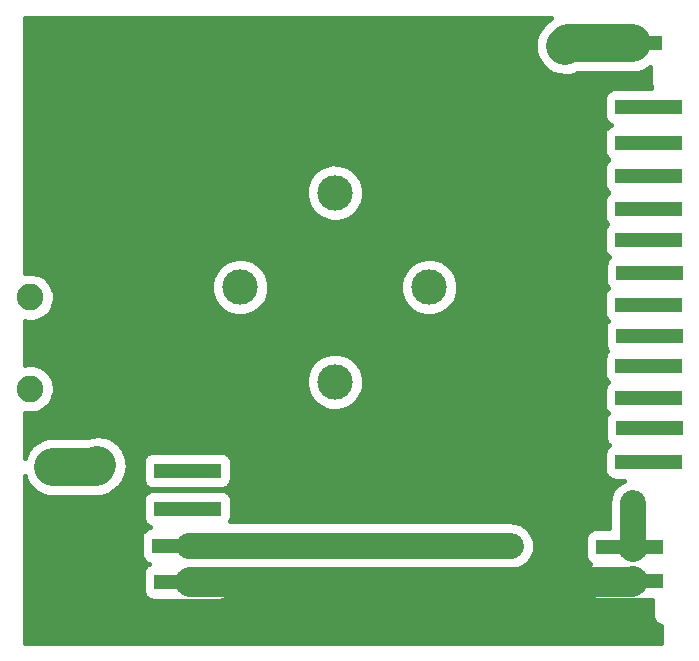
<source format=gbr>
G04 #@! TF.FileFunction,Copper,L2,Bot,Signal*
%FSLAX46Y46*%
G04 Gerber Fmt 4.6, Leading zero omitted, Abs format (unit mm)*
G04 Created by KiCad (PCBNEW 4.0.6) date 05/08/17 07:31:45*
%MOMM*%
%LPD*%
G01*
G04 APERTURE LIST*
%ADD10C,0.100000*%
%ADD11C,1.100000*%
%ADD12R,0.635000X1.270000*%
%ADD13C,3.000000*%
%ADD14C,2.250000*%
%ADD15C,1.006400*%
%ADD16C,2.540000*%
%ADD17C,2.184400*%
%ADD18C,3.200000*%
%ADD19C,0.406400*%
G04 APERTURE END LIST*
D10*
D11*
X145062300Y-116519900D03*
D12*
X145443300Y-116519900D03*
X146078300Y-116519900D03*
X144808300Y-116519900D03*
X144173300Y-116519900D03*
X143538300Y-116519900D03*
X146675200Y-116519900D03*
X147272100Y-116519900D03*
X142916000Y-116519900D03*
X142293700Y-116519900D03*
D11*
X143452700Y-126598500D03*
D12*
X143833700Y-126598500D03*
X144468700Y-126598500D03*
X143198700Y-126598500D03*
X142563700Y-126598500D03*
X141928700Y-126598500D03*
X145065600Y-126598500D03*
X145662500Y-126598500D03*
X141306400Y-126598500D03*
X140684100Y-126598500D03*
D11*
X145138500Y-100543300D03*
D12*
X145519500Y-100543300D03*
X146154500Y-100543300D03*
X144884500Y-100543300D03*
X144249500Y-100543300D03*
X143614500Y-100543300D03*
X146751400Y-100543300D03*
X147348300Y-100543300D03*
X142992200Y-100543300D03*
X142369900Y-100543300D03*
D11*
X145011500Y-97774700D03*
D12*
X145392500Y-97774700D03*
X146027500Y-97774700D03*
X144757500Y-97774700D03*
X144122500Y-97774700D03*
X143487500Y-97774700D03*
X146624400Y-97774700D03*
X147221300Y-97774700D03*
X142865200Y-97774700D03*
X142242900Y-97774700D03*
D11*
X145062300Y-111109700D03*
D12*
X145443300Y-111109700D03*
X146078300Y-111109700D03*
X144808300Y-111109700D03*
X144173300Y-111109700D03*
X143538300Y-111109700D03*
X146675200Y-111109700D03*
X147272100Y-111109700D03*
X142916000Y-111109700D03*
X142293700Y-111109700D03*
D11*
X145036900Y-86497100D03*
D12*
X145417900Y-86497100D03*
X146052900Y-86497100D03*
X144782900Y-86497100D03*
X144147900Y-86497100D03*
X143512900Y-86497100D03*
X146649800Y-86497100D03*
X147246700Y-86497100D03*
X142890600Y-86497100D03*
X142268300Y-86497100D03*
D11*
X145011500Y-103210300D03*
D12*
X145392500Y-103210300D03*
X146027500Y-103210300D03*
X144757500Y-103210300D03*
X144122500Y-103210300D03*
X143487500Y-103210300D03*
X146624400Y-103210300D03*
X147221300Y-103210300D03*
X142865200Y-103210300D03*
X142242900Y-103210300D03*
D11*
X145036900Y-95107700D03*
D12*
X145417900Y-95107700D03*
X146052900Y-95107700D03*
X144782900Y-95107700D03*
X144147900Y-95107700D03*
X143512900Y-95107700D03*
X146649800Y-95107700D03*
X147246700Y-95107700D03*
X142890600Y-95107700D03*
X142268300Y-95107700D03*
D11*
X145036900Y-92313700D03*
D12*
X145417900Y-92313700D03*
X146052900Y-92313700D03*
X144782900Y-92313700D03*
X144147900Y-92313700D03*
X143512900Y-92313700D03*
X146649800Y-92313700D03*
X147246700Y-92313700D03*
X142890600Y-92313700D03*
X142268300Y-92313700D03*
D11*
X145062300Y-108417300D03*
D12*
X145443300Y-108417300D03*
X146078300Y-108417300D03*
X144808300Y-108417300D03*
X144173300Y-108417300D03*
X143538300Y-108417300D03*
X146675200Y-108417300D03*
X147272100Y-108417300D03*
X142916000Y-108417300D03*
X142293700Y-108417300D03*
D11*
X143351700Y-81078100D03*
D12*
X143732700Y-81078100D03*
X144367700Y-81078100D03*
X143097700Y-81078100D03*
X142462700Y-81078100D03*
X141827700Y-81078100D03*
X144964600Y-81078100D03*
X145561500Y-81078100D03*
X141205400Y-81078100D03*
X140583100Y-81078100D03*
D11*
X145087700Y-113700500D03*
D12*
X145468700Y-113700500D03*
X146103700Y-113700500D03*
X144833700Y-113700500D03*
X144198700Y-113700500D03*
X143563700Y-113700500D03*
X146700600Y-113700500D03*
X147297500Y-113700500D03*
X142941400Y-113700500D03*
X142319100Y-113700500D03*
D11*
X143426900Y-123750100D03*
D12*
X143807900Y-123750100D03*
X144442900Y-123750100D03*
X143172900Y-123750100D03*
X142537900Y-123750100D03*
X141902900Y-123750100D03*
X145039800Y-123750100D03*
X145636700Y-123750100D03*
X141280600Y-123750100D03*
X140658300Y-123750100D03*
D11*
X145011500Y-89519700D03*
D12*
X145392500Y-89519700D03*
X146027500Y-89519700D03*
X144757500Y-89519700D03*
X144122500Y-89519700D03*
X143487500Y-89519700D03*
X146624400Y-89519700D03*
X147221300Y-89519700D03*
X142865200Y-89519700D03*
X142242900Y-89519700D03*
D11*
X145087700Y-105851900D03*
D12*
X145468700Y-105851900D03*
X146103700Y-105851900D03*
X144833700Y-105851900D03*
X144198700Y-105851900D03*
X143563700Y-105851900D03*
X146700600Y-105851900D03*
X147297500Y-105851900D03*
X142941400Y-105851900D03*
X142319100Y-105851900D03*
D11*
X105812100Y-123631100D03*
D12*
X106193100Y-123631100D03*
X106828100Y-123631100D03*
X105558100Y-123631100D03*
X104923100Y-123631100D03*
X104288100Y-123631100D03*
X107425000Y-123631100D03*
X108021900Y-123631100D03*
X103665800Y-123631100D03*
X103043500Y-123631100D03*
D11*
X105967100Y-126667100D03*
D12*
X106348100Y-126667100D03*
X106983100Y-126667100D03*
X105713100Y-126667100D03*
X105078100Y-126667100D03*
X104443100Y-126667100D03*
X107580000Y-126667100D03*
X108176900Y-126667100D03*
X103820800Y-126667100D03*
X103198500Y-126667100D03*
D11*
X105967100Y-120488100D03*
D12*
X106348100Y-120488100D03*
X106983100Y-120488100D03*
X105713100Y-120488100D03*
X105078100Y-120488100D03*
X104443100Y-120488100D03*
X107580000Y-120488100D03*
X108176900Y-120488100D03*
X103820800Y-120488100D03*
X103198500Y-120488100D03*
D11*
X105966100Y-117265100D03*
D12*
X106347100Y-117265100D03*
X106982100Y-117265100D03*
X105712100Y-117265100D03*
X105077100Y-117265100D03*
X104442100Y-117265100D03*
X107579000Y-117265100D03*
X108175900Y-117265100D03*
X103819800Y-117265100D03*
X103197500Y-117265100D03*
D13*
X110188100Y-101737100D03*
X118189100Y-109763500D03*
X126190100Y-101737100D03*
X118189100Y-93736100D03*
D14*
X92380100Y-102598900D03*
X92380100Y-110332900D03*
D15*
X135635100Y-109552100D03*
X143477100Y-120014100D03*
X133095100Y-123637100D03*
X98090100Y-116824100D03*
X137696100Y-81301100D03*
D16*
X105967100Y-126667100D02*
X135271100Y-126667100D01*
X135271100Y-126667100D02*
X143384100Y-126667100D01*
X143384100Y-126667100D02*
X143452700Y-126598500D01*
X135635100Y-109552100D02*
X135635100Y-109646100D01*
X135635100Y-109646100D02*
X137412100Y-111423100D01*
X137412100Y-111423100D02*
X137412100Y-124526100D01*
X137412100Y-124526100D02*
X135271100Y-126667100D01*
D17*
X143477100Y-120014100D02*
X143477100Y-123699900D01*
D16*
X143477100Y-123699900D02*
X143426900Y-123750100D01*
D17*
X105812100Y-123631100D02*
X133089100Y-123631100D01*
X133089100Y-123631100D02*
X133095100Y-123637100D01*
D18*
X94371100Y-116965100D02*
X97949100Y-116965100D01*
X97949100Y-116965100D02*
X98090100Y-116824100D01*
X143351700Y-81078100D02*
X137919100Y-81078100D01*
X137919100Y-81078100D02*
X137696100Y-81301100D01*
D19*
G36*
X136469178Y-78966252D02*
X136315926Y-79091242D01*
X136130732Y-79239080D01*
X136111958Y-79257594D01*
X136111572Y-79257909D01*
X136111277Y-79258266D01*
X136105230Y-79264229D01*
X135882230Y-79487230D01*
X135564459Y-79874091D01*
X135327881Y-80315306D01*
X135181508Y-80794069D01*
X135130915Y-81292146D01*
X135178030Y-81790563D01*
X135321057Y-82270337D01*
X135554549Y-82713193D01*
X135869611Y-83102263D01*
X136254244Y-83422727D01*
X136693797Y-83662379D01*
X137171526Y-83812091D01*
X137669238Y-83866159D01*
X138167972Y-83822525D01*
X138648733Y-83682852D01*
X138725037Y-83643300D01*
X143351700Y-83643300D01*
X143849950Y-83594446D01*
X144329222Y-83449745D01*
X144771260Y-83214710D01*
X144877340Y-83128193D01*
X144879501Y-84411651D01*
X144888532Y-84502181D01*
X144895717Y-84592862D01*
X144898597Y-84603088D01*
X144899652Y-84613661D01*
X144926088Y-84700692D01*
X144950756Y-84788271D01*
X144955570Y-84797747D01*
X144958656Y-84807907D01*
X145001493Y-84888145D01*
X145003568Y-84892230D01*
X141950800Y-84892230D01*
X141797095Y-84904487D01*
X141536396Y-84985221D01*
X141308510Y-85135387D01*
X141131481Y-85343096D01*
X141019328Y-85591901D01*
X140980930Y-85862100D01*
X140980930Y-87132100D01*
X140993187Y-87285805D01*
X141073921Y-87546504D01*
X141224087Y-87774390D01*
X141431796Y-87951419D01*
X141538218Y-87999391D01*
X141510996Y-88007821D01*
X141283110Y-88157987D01*
X141106081Y-88365696D01*
X140993928Y-88614501D01*
X140955530Y-88884700D01*
X140955530Y-90154700D01*
X140967787Y-90308405D01*
X141048521Y-90569104D01*
X141198687Y-90796990D01*
X141349136Y-90925217D01*
X141308510Y-90951987D01*
X141131481Y-91159696D01*
X141019328Y-91408501D01*
X140980930Y-91678700D01*
X140980930Y-92948700D01*
X140993187Y-93102405D01*
X141073921Y-93363104D01*
X141224087Y-93590990D01*
X141363461Y-93709777D01*
X141308510Y-93745987D01*
X141131481Y-93953696D01*
X141019328Y-94202501D01*
X140980930Y-94472700D01*
X140980930Y-95742700D01*
X140993187Y-95896405D01*
X141073921Y-96157104D01*
X141224087Y-96384990D01*
X141272097Y-96425909D01*
X141106081Y-96620696D01*
X140993928Y-96869501D01*
X140955530Y-97139700D01*
X140955530Y-98409700D01*
X140967787Y-98563405D01*
X141048521Y-98824104D01*
X141198687Y-99051990D01*
X141385131Y-99210895D01*
X141233081Y-99389296D01*
X141120928Y-99638101D01*
X141082530Y-99908300D01*
X141082530Y-101178300D01*
X141094787Y-101332005D01*
X141175521Y-101592704D01*
X141325660Y-101820549D01*
X141283110Y-101848587D01*
X141106081Y-102056296D01*
X140993928Y-102305101D01*
X140955530Y-102575300D01*
X140955530Y-103845300D01*
X140967787Y-103999005D01*
X141048521Y-104259704D01*
X141198687Y-104487590D01*
X141293008Y-104567979D01*
X141182281Y-104697896D01*
X141070128Y-104946701D01*
X141031730Y-105216900D01*
X141031730Y-106486900D01*
X141043987Y-106640605D01*
X141124721Y-106901304D01*
X141273270Y-107126736D01*
X141156881Y-107263296D01*
X141044728Y-107512101D01*
X141006330Y-107782300D01*
X141006330Y-109052300D01*
X141018587Y-109206005D01*
X141099321Y-109466704D01*
X141249487Y-109694590D01*
X141324749Y-109758735D01*
X141156881Y-109955696D01*
X141044728Y-110204501D01*
X141006330Y-110474700D01*
X141006330Y-111744700D01*
X141018587Y-111898405D01*
X141099321Y-112159104D01*
X141249487Y-112386990D01*
X141289304Y-112420926D01*
X141182281Y-112546496D01*
X141070128Y-112795301D01*
X141031730Y-113065500D01*
X141031730Y-114335500D01*
X141043987Y-114489205D01*
X141124721Y-114749904D01*
X141274887Y-114977790D01*
X141419993Y-115101463D01*
X141333910Y-115158187D01*
X141156881Y-115365896D01*
X141044728Y-115614701D01*
X141006330Y-115884900D01*
X141006330Y-117154900D01*
X141018587Y-117308605D01*
X141099321Y-117569304D01*
X141249487Y-117797190D01*
X141457196Y-117974219D01*
X141706001Y-118086372D01*
X141976200Y-118124770D01*
X142671460Y-118124770D01*
X142350543Y-118292541D01*
X142037613Y-118544144D01*
X141779511Y-118851737D01*
X141586071Y-119203604D01*
X141464659Y-119586342D01*
X141419901Y-119985374D01*
X141419700Y-120014100D01*
X141419700Y-122145230D01*
X140340800Y-122145230D01*
X140187095Y-122157487D01*
X139926396Y-122238221D01*
X139698510Y-122388387D01*
X139521481Y-122596096D01*
X139409328Y-122844901D01*
X139370930Y-123115100D01*
X139370930Y-124385100D01*
X139383187Y-124538805D01*
X139463921Y-124799504D01*
X139614087Y-125027390D01*
X139800707Y-125186445D01*
X139724310Y-125236787D01*
X139547281Y-125444496D01*
X139435128Y-125693301D01*
X139396730Y-125963500D01*
X139396730Y-127233500D01*
X139408987Y-127387205D01*
X139489721Y-127647904D01*
X139639887Y-127875790D01*
X139847596Y-128052819D01*
X140096401Y-128164972D01*
X140366600Y-128203370D01*
X145013595Y-128203370D01*
X145018308Y-129416940D01*
X145038902Y-129618905D01*
X145098334Y-129813021D01*
X145194337Y-129991899D01*
X145323257Y-130148722D01*
X145480182Y-130277518D01*
X145659133Y-130373381D01*
X145784991Y-130411805D01*
X145833326Y-131855700D01*
X91924300Y-131855700D01*
X91924300Y-122996100D01*
X101756130Y-122996100D01*
X101756130Y-124266100D01*
X101768387Y-124419805D01*
X101849121Y-124680504D01*
X101999287Y-124908390D01*
X102206996Y-125085419D01*
X102424047Y-125183259D01*
X102238710Y-125305387D01*
X102061681Y-125513096D01*
X101949528Y-125761901D01*
X101911130Y-126032100D01*
X101911130Y-127302100D01*
X101923387Y-127455805D01*
X102004121Y-127716504D01*
X102154287Y-127944390D01*
X102361996Y-128121419D01*
X102610801Y-128233572D01*
X102881000Y-128271970D01*
X108494400Y-128271970D01*
X108648105Y-128259713D01*
X108908804Y-128178979D01*
X109136690Y-128028813D01*
X109313719Y-127821104D01*
X109425872Y-127572299D01*
X109464270Y-127302100D01*
X109464270Y-126032100D01*
X109452013Y-125878395D01*
X109393206Y-125688500D01*
X133028976Y-125688500D01*
X133087918Y-125694487D01*
X133487671Y-125656699D01*
X133872469Y-125541986D01*
X134227659Y-125354716D01*
X134539710Y-125102022D01*
X134796735Y-124793531D01*
X134988947Y-124440990D01*
X135109022Y-124057830D01*
X135152387Y-123658645D01*
X135117391Y-123258638D01*
X135005366Y-122873048D01*
X134820581Y-122516560D01*
X134570072Y-122202753D01*
X134549901Y-122182298D01*
X134543901Y-122176299D01*
X134397072Y-122055692D01*
X134251463Y-121933511D01*
X134241981Y-121928298D01*
X134233622Y-121921432D01*
X134066130Y-121831624D01*
X133899596Y-121740071D01*
X133889285Y-121736800D01*
X133879749Y-121731687D01*
X133698005Y-121676123D01*
X133516858Y-121618659D01*
X133506105Y-121617453D01*
X133495760Y-121614290D01*
X133306690Y-121595085D01*
X133117826Y-121573901D01*
X133096676Y-121573753D01*
X133096282Y-121573713D01*
X133095915Y-121573748D01*
X133089100Y-121573700D01*
X109344553Y-121573700D01*
X109425872Y-121393299D01*
X109464270Y-121123100D01*
X109464270Y-119853100D01*
X109452013Y-119699395D01*
X109371279Y-119438696D01*
X109221113Y-119210810D01*
X109013404Y-119033781D01*
X108764599Y-118921628D01*
X108494400Y-118883230D01*
X102881000Y-118883230D01*
X102727295Y-118895487D01*
X102466596Y-118976221D01*
X102238710Y-119126387D01*
X102061681Y-119334096D01*
X101949528Y-119582901D01*
X101911130Y-119853100D01*
X101911130Y-121123100D01*
X101923387Y-121276805D01*
X102004121Y-121537504D01*
X102154287Y-121765390D01*
X102361996Y-121942419D01*
X102574693Y-122038296D01*
X102572295Y-122038487D01*
X102311596Y-122119221D01*
X102083710Y-122269387D01*
X101906681Y-122477096D01*
X101794528Y-122725901D01*
X101756130Y-122996100D01*
X91924300Y-122996100D01*
X91924300Y-117693678D01*
X91992688Y-117926041D01*
X92224632Y-118369709D01*
X92538335Y-118759876D01*
X92921847Y-119081681D01*
X93360560Y-119322866D01*
X93837765Y-119474244D01*
X94335284Y-119530050D01*
X94371100Y-119530300D01*
X97949100Y-119530300D01*
X98184967Y-119507173D01*
X98420972Y-119486525D01*
X98433922Y-119482763D01*
X98447350Y-119481446D01*
X98674186Y-119412960D01*
X98901733Y-119346852D01*
X98913712Y-119340643D01*
X98926622Y-119336745D01*
X99135821Y-119225512D01*
X99346208Y-119116458D01*
X99356749Y-119108043D01*
X99368660Y-119101710D01*
X99552304Y-118951933D01*
X99737468Y-118804119D01*
X99756236Y-118785610D01*
X99756628Y-118785291D01*
X99756928Y-118784928D01*
X99762970Y-118778970D01*
X99903970Y-118637970D01*
X100221741Y-118251109D01*
X100458319Y-117809894D01*
X100604692Y-117331131D01*
X100655285Y-116833054D01*
X100636100Y-116630100D01*
X101910130Y-116630100D01*
X101910130Y-117900100D01*
X101922387Y-118053805D01*
X102003121Y-118314504D01*
X102153287Y-118542390D01*
X102360996Y-118719419D01*
X102609801Y-118831572D01*
X102880000Y-118869970D01*
X108493400Y-118869970D01*
X108647105Y-118857713D01*
X108907804Y-118776979D01*
X109135690Y-118626813D01*
X109312719Y-118419104D01*
X109424872Y-118170299D01*
X109463270Y-117900100D01*
X109463270Y-116630100D01*
X109451013Y-116476395D01*
X109370279Y-116215696D01*
X109220113Y-115987810D01*
X109012404Y-115810781D01*
X108763599Y-115698628D01*
X108493400Y-115660230D01*
X102880000Y-115660230D01*
X102726295Y-115672487D01*
X102465596Y-115753221D01*
X102237710Y-115903387D01*
X102060681Y-116111096D01*
X101948528Y-116359901D01*
X101910130Y-116630100D01*
X100636100Y-116630100D01*
X100608170Y-116334637D01*
X100465143Y-115854863D01*
X100231651Y-115412007D01*
X99916589Y-115022937D01*
X99531956Y-114702473D01*
X99092403Y-114462821D01*
X98614673Y-114313109D01*
X98116962Y-114259041D01*
X97618228Y-114302675D01*
X97283575Y-114399900D01*
X94371100Y-114399900D01*
X93872850Y-114448754D01*
X93393578Y-114593455D01*
X92951540Y-114828490D01*
X92563572Y-115144909D01*
X92244453Y-115530658D01*
X92006337Y-115971045D01*
X91924300Y-116236064D01*
X91924300Y-112372902D01*
X92131414Y-112418439D01*
X92541234Y-112427024D01*
X92944916Y-112355844D01*
X93327084Y-112207610D01*
X93673182Y-111987970D01*
X93970027Y-111705288D01*
X94206312Y-111370333D01*
X94373038Y-110995862D01*
X94463852Y-110596139D01*
X94470390Y-110127945D01*
X94439271Y-109970781D01*
X115720660Y-109970781D01*
X115807932Y-110446289D01*
X115985902Y-110895790D01*
X116247791Y-111302163D01*
X116583624Y-111649928D01*
X116980609Y-111925840D01*
X117423625Y-112119389D01*
X117895798Y-112223203D01*
X118379143Y-112233327D01*
X118855249Y-112149377D01*
X119305981Y-111974549D01*
X119714172Y-111715504D01*
X120064274Y-111382106D01*
X120342950Y-110987057D01*
X120539587Y-110545403D01*
X120646695Y-110073966D01*
X120654406Y-109521775D01*
X120560503Y-109047531D01*
X120376274Y-108600559D01*
X120108737Y-108197883D01*
X119768081Y-107854840D01*
X119367282Y-107584498D01*
X118921607Y-107397153D01*
X118448030Y-107299942D01*
X117964591Y-107296567D01*
X117489704Y-107387156D01*
X117041456Y-107568260D01*
X116636922Y-107832980D01*
X116291510Y-108171233D01*
X116018376Y-108570134D01*
X115827925Y-109014491D01*
X115727410Y-109487377D01*
X115720660Y-109970781D01*
X94439271Y-109970781D01*
X94390772Y-109725842D01*
X94234567Y-109346862D01*
X94007727Y-109005440D01*
X93718891Y-108714580D01*
X93379060Y-108485362D01*
X93001180Y-108326515D01*
X92599643Y-108244092D01*
X92189743Y-108241230D01*
X91924300Y-108291866D01*
X91924300Y-104638902D01*
X92131414Y-104684439D01*
X92541234Y-104693024D01*
X92944916Y-104621844D01*
X93327084Y-104473610D01*
X93673182Y-104253970D01*
X93970027Y-103971288D01*
X94206312Y-103636333D01*
X94373038Y-103261862D01*
X94463852Y-102862139D01*
X94470390Y-102393945D01*
X94390772Y-101991842D01*
X94371210Y-101944381D01*
X107719660Y-101944381D01*
X107806932Y-102419889D01*
X107984902Y-102869390D01*
X108246791Y-103275763D01*
X108582624Y-103623528D01*
X108979609Y-103899440D01*
X109422625Y-104092989D01*
X109894798Y-104196803D01*
X110378143Y-104206927D01*
X110854249Y-104122977D01*
X111304981Y-103948149D01*
X111713172Y-103689104D01*
X112063274Y-103355706D01*
X112341950Y-102960657D01*
X112538587Y-102519003D01*
X112645695Y-102047566D01*
X112647135Y-101944381D01*
X123721660Y-101944381D01*
X123808932Y-102419889D01*
X123986902Y-102869390D01*
X124248791Y-103275763D01*
X124584624Y-103623528D01*
X124981609Y-103899440D01*
X125424625Y-104092989D01*
X125896798Y-104196803D01*
X126380143Y-104206927D01*
X126856249Y-104122977D01*
X127306981Y-103948149D01*
X127715172Y-103689104D01*
X128065274Y-103355706D01*
X128343950Y-102960657D01*
X128540587Y-102519003D01*
X128647695Y-102047566D01*
X128655406Y-101495375D01*
X128561503Y-101021131D01*
X128377274Y-100574159D01*
X128109737Y-100171483D01*
X127769081Y-99828440D01*
X127368282Y-99558098D01*
X126922607Y-99370753D01*
X126449030Y-99273542D01*
X125965591Y-99270167D01*
X125490704Y-99360756D01*
X125042456Y-99541860D01*
X124637922Y-99806580D01*
X124292510Y-100144833D01*
X124019376Y-100543734D01*
X123828925Y-100988091D01*
X123728410Y-101460977D01*
X123721660Y-101944381D01*
X112647135Y-101944381D01*
X112653406Y-101495375D01*
X112559503Y-101021131D01*
X112375274Y-100574159D01*
X112107737Y-100171483D01*
X111767081Y-99828440D01*
X111366282Y-99558098D01*
X110920607Y-99370753D01*
X110447030Y-99273542D01*
X109963591Y-99270167D01*
X109488704Y-99360756D01*
X109040456Y-99541860D01*
X108635922Y-99806580D01*
X108290510Y-100144833D01*
X108017376Y-100543734D01*
X107826925Y-100988091D01*
X107726410Y-101460977D01*
X107719660Y-101944381D01*
X94371210Y-101944381D01*
X94234567Y-101612862D01*
X94007727Y-101271440D01*
X93718891Y-100980580D01*
X93379060Y-100751362D01*
X93001180Y-100592515D01*
X92599643Y-100510092D01*
X92189743Y-100507230D01*
X91924300Y-100557866D01*
X91924300Y-93943381D01*
X115720660Y-93943381D01*
X115807932Y-94418889D01*
X115985902Y-94868390D01*
X116247791Y-95274763D01*
X116583624Y-95622528D01*
X116980609Y-95898440D01*
X117423625Y-96091989D01*
X117895798Y-96195803D01*
X118379143Y-96205927D01*
X118855249Y-96121977D01*
X119305981Y-95947149D01*
X119714172Y-95688104D01*
X120064274Y-95354706D01*
X120342950Y-94959657D01*
X120539587Y-94518003D01*
X120646695Y-94046566D01*
X120654406Y-93494375D01*
X120560503Y-93020131D01*
X120376274Y-92573159D01*
X120108737Y-92170483D01*
X119768081Y-91827440D01*
X119367282Y-91557098D01*
X118921607Y-91369753D01*
X118448030Y-91272542D01*
X117964591Y-91269167D01*
X117489704Y-91359756D01*
X117041456Y-91540860D01*
X116636922Y-91805580D01*
X116291510Y-92143833D01*
X116018376Y-92542734D01*
X115827925Y-92987091D01*
X115727410Y-93459977D01*
X115720660Y-93943381D01*
X91924300Y-93943381D01*
X91924300Y-78936100D01*
X121831998Y-78936100D01*
X136469178Y-78966252D01*
X136469178Y-78966252D01*
G37*
X136469178Y-78966252D02*
X136315926Y-79091242D01*
X136130732Y-79239080D01*
X136111958Y-79257594D01*
X136111572Y-79257909D01*
X136111277Y-79258266D01*
X136105230Y-79264229D01*
X135882230Y-79487230D01*
X135564459Y-79874091D01*
X135327881Y-80315306D01*
X135181508Y-80794069D01*
X135130915Y-81292146D01*
X135178030Y-81790563D01*
X135321057Y-82270337D01*
X135554549Y-82713193D01*
X135869611Y-83102263D01*
X136254244Y-83422727D01*
X136693797Y-83662379D01*
X137171526Y-83812091D01*
X137669238Y-83866159D01*
X138167972Y-83822525D01*
X138648733Y-83682852D01*
X138725037Y-83643300D01*
X143351700Y-83643300D01*
X143849950Y-83594446D01*
X144329222Y-83449745D01*
X144771260Y-83214710D01*
X144877340Y-83128193D01*
X144879501Y-84411651D01*
X144888532Y-84502181D01*
X144895717Y-84592862D01*
X144898597Y-84603088D01*
X144899652Y-84613661D01*
X144926088Y-84700692D01*
X144950756Y-84788271D01*
X144955570Y-84797747D01*
X144958656Y-84807907D01*
X145001493Y-84888145D01*
X145003568Y-84892230D01*
X141950800Y-84892230D01*
X141797095Y-84904487D01*
X141536396Y-84985221D01*
X141308510Y-85135387D01*
X141131481Y-85343096D01*
X141019328Y-85591901D01*
X140980930Y-85862100D01*
X140980930Y-87132100D01*
X140993187Y-87285805D01*
X141073921Y-87546504D01*
X141224087Y-87774390D01*
X141431796Y-87951419D01*
X141538218Y-87999391D01*
X141510996Y-88007821D01*
X141283110Y-88157987D01*
X141106081Y-88365696D01*
X140993928Y-88614501D01*
X140955530Y-88884700D01*
X140955530Y-90154700D01*
X140967787Y-90308405D01*
X141048521Y-90569104D01*
X141198687Y-90796990D01*
X141349136Y-90925217D01*
X141308510Y-90951987D01*
X141131481Y-91159696D01*
X141019328Y-91408501D01*
X140980930Y-91678700D01*
X140980930Y-92948700D01*
X140993187Y-93102405D01*
X141073921Y-93363104D01*
X141224087Y-93590990D01*
X141363461Y-93709777D01*
X141308510Y-93745987D01*
X141131481Y-93953696D01*
X141019328Y-94202501D01*
X140980930Y-94472700D01*
X140980930Y-95742700D01*
X140993187Y-95896405D01*
X141073921Y-96157104D01*
X141224087Y-96384990D01*
X141272097Y-96425909D01*
X141106081Y-96620696D01*
X140993928Y-96869501D01*
X140955530Y-97139700D01*
X140955530Y-98409700D01*
X140967787Y-98563405D01*
X141048521Y-98824104D01*
X141198687Y-99051990D01*
X141385131Y-99210895D01*
X141233081Y-99389296D01*
X141120928Y-99638101D01*
X141082530Y-99908300D01*
X141082530Y-101178300D01*
X141094787Y-101332005D01*
X141175521Y-101592704D01*
X141325660Y-101820549D01*
X141283110Y-101848587D01*
X141106081Y-102056296D01*
X140993928Y-102305101D01*
X140955530Y-102575300D01*
X140955530Y-103845300D01*
X140967787Y-103999005D01*
X141048521Y-104259704D01*
X141198687Y-104487590D01*
X141293008Y-104567979D01*
X141182281Y-104697896D01*
X141070128Y-104946701D01*
X141031730Y-105216900D01*
X141031730Y-106486900D01*
X141043987Y-106640605D01*
X141124721Y-106901304D01*
X141273270Y-107126736D01*
X141156881Y-107263296D01*
X141044728Y-107512101D01*
X141006330Y-107782300D01*
X141006330Y-109052300D01*
X141018587Y-109206005D01*
X141099321Y-109466704D01*
X141249487Y-109694590D01*
X141324749Y-109758735D01*
X141156881Y-109955696D01*
X141044728Y-110204501D01*
X141006330Y-110474700D01*
X141006330Y-111744700D01*
X141018587Y-111898405D01*
X141099321Y-112159104D01*
X141249487Y-112386990D01*
X141289304Y-112420926D01*
X141182281Y-112546496D01*
X141070128Y-112795301D01*
X141031730Y-113065500D01*
X141031730Y-114335500D01*
X141043987Y-114489205D01*
X141124721Y-114749904D01*
X141274887Y-114977790D01*
X141419993Y-115101463D01*
X141333910Y-115158187D01*
X141156881Y-115365896D01*
X141044728Y-115614701D01*
X141006330Y-115884900D01*
X141006330Y-117154900D01*
X141018587Y-117308605D01*
X141099321Y-117569304D01*
X141249487Y-117797190D01*
X141457196Y-117974219D01*
X141706001Y-118086372D01*
X141976200Y-118124770D01*
X142671460Y-118124770D01*
X142350543Y-118292541D01*
X142037613Y-118544144D01*
X141779511Y-118851737D01*
X141586071Y-119203604D01*
X141464659Y-119586342D01*
X141419901Y-119985374D01*
X141419700Y-120014100D01*
X141419700Y-122145230D01*
X140340800Y-122145230D01*
X140187095Y-122157487D01*
X139926396Y-122238221D01*
X139698510Y-122388387D01*
X139521481Y-122596096D01*
X139409328Y-122844901D01*
X139370930Y-123115100D01*
X139370930Y-124385100D01*
X139383187Y-124538805D01*
X139463921Y-124799504D01*
X139614087Y-125027390D01*
X139800707Y-125186445D01*
X139724310Y-125236787D01*
X139547281Y-125444496D01*
X139435128Y-125693301D01*
X139396730Y-125963500D01*
X139396730Y-127233500D01*
X139408987Y-127387205D01*
X139489721Y-127647904D01*
X139639887Y-127875790D01*
X139847596Y-128052819D01*
X140096401Y-128164972D01*
X140366600Y-128203370D01*
X145013595Y-128203370D01*
X145018308Y-129416940D01*
X145038902Y-129618905D01*
X145098334Y-129813021D01*
X145194337Y-129991899D01*
X145323257Y-130148722D01*
X145480182Y-130277518D01*
X145659133Y-130373381D01*
X145784991Y-130411805D01*
X145833326Y-131855700D01*
X91924300Y-131855700D01*
X91924300Y-122996100D01*
X101756130Y-122996100D01*
X101756130Y-124266100D01*
X101768387Y-124419805D01*
X101849121Y-124680504D01*
X101999287Y-124908390D01*
X102206996Y-125085419D01*
X102424047Y-125183259D01*
X102238710Y-125305387D01*
X102061681Y-125513096D01*
X101949528Y-125761901D01*
X101911130Y-126032100D01*
X101911130Y-127302100D01*
X101923387Y-127455805D01*
X102004121Y-127716504D01*
X102154287Y-127944390D01*
X102361996Y-128121419D01*
X102610801Y-128233572D01*
X102881000Y-128271970D01*
X108494400Y-128271970D01*
X108648105Y-128259713D01*
X108908804Y-128178979D01*
X109136690Y-128028813D01*
X109313719Y-127821104D01*
X109425872Y-127572299D01*
X109464270Y-127302100D01*
X109464270Y-126032100D01*
X109452013Y-125878395D01*
X109393206Y-125688500D01*
X133028976Y-125688500D01*
X133087918Y-125694487D01*
X133487671Y-125656699D01*
X133872469Y-125541986D01*
X134227659Y-125354716D01*
X134539710Y-125102022D01*
X134796735Y-124793531D01*
X134988947Y-124440990D01*
X135109022Y-124057830D01*
X135152387Y-123658645D01*
X135117391Y-123258638D01*
X135005366Y-122873048D01*
X134820581Y-122516560D01*
X134570072Y-122202753D01*
X134549901Y-122182298D01*
X134543901Y-122176299D01*
X134397072Y-122055692D01*
X134251463Y-121933511D01*
X134241981Y-121928298D01*
X134233622Y-121921432D01*
X134066130Y-121831624D01*
X133899596Y-121740071D01*
X133889285Y-121736800D01*
X133879749Y-121731687D01*
X133698005Y-121676123D01*
X133516858Y-121618659D01*
X133506105Y-121617453D01*
X133495760Y-121614290D01*
X133306690Y-121595085D01*
X133117826Y-121573901D01*
X133096676Y-121573753D01*
X133096282Y-121573713D01*
X133095915Y-121573748D01*
X133089100Y-121573700D01*
X109344553Y-121573700D01*
X109425872Y-121393299D01*
X109464270Y-121123100D01*
X109464270Y-119853100D01*
X109452013Y-119699395D01*
X109371279Y-119438696D01*
X109221113Y-119210810D01*
X109013404Y-119033781D01*
X108764599Y-118921628D01*
X108494400Y-118883230D01*
X102881000Y-118883230D01*
X102727295Y-118895487D01*
X102466596Y-118976221D01*
X102238710Y-119126387D01*
X102061681Y-119334096D01*
X101949528Y-119582901D01*
X101911130Y-119853100D01*
X101911130Y-121123100D01*
X101923387Y-121276805D01*
X102004121Y-121537504D01*
X102154287Y-121765390D01*
X102361996Y-121942419D01*
X102574693Y-122038296D01*
X102572295Y-122038487D01*
X102311596Y-122119221D01*
X102083710Y-122269387D01*
X101906681Y-122477096D01*
X101794528Y-122725901D01*
X101756130Y-122996100D01*
X91924300Y-122996100D01*
X91924300Y-117693678D01*
X91992688Y-117926041D01*
X92224632Y-118369709D01*
X92538335Y-118759876D01*
X92921847Y-119081681D01*
X93360560Y-119322866D01*
X93837765Y-119474244D01*
X94335284Y-119530050D01*
X94371100Y-119530300D01*
X97949100Y-119530300D01*
X98184967Y-119507173D01*
X98420972Y-119486525D01*
X98433922Y-119482763D01*
X98447350Y-119481446D01*
X98674186Y-119412960D01*
X98901733Y-119346852D01*
X98913712Y-119340643D01*
X98926622Y-119336745D01*
X99135821Y-119225512D01*
X99346208Y-119116458D01*
X99356749Y-119108043D01*
X99368660Y-119101710D01*
X99552304Y-118951933D01*
X99737468Y-118804119D01*
X99756236Y-118785610D01*
X99756628Y-118785291D01*
X99756928Y-118784928D01*
X99762970Y-118778970D01*
X99903970Y-118637970D01*
X100221741Y-118251109D01*
X100458319Y-117809894D01*
X100604692Y-117331131D01*
X100655285Y-116833054D01*
X100636100Y-116630100D01*
X101910130Y-116630100D01*
X101910130Y-117900100D01*
X101922387Y-118053805D01*
X102003121Y-118314504D01*
X102153287Y-118542390D01*
X102360996Y-118719419D01*
X102609801Y-118831572D01*
X102880000Y-118869970D01*
X108493400Y-118869970D01*
X108647105Y-118857713D01*
X108907804Y-118776979D01*
X109135690Y-118626813D01*
X109312719Y-118419104D01*
X109424872Y-118170299D01*
X109463270Y-117900100D01*
X109463270Y-116630100D01*
X109451013Y-116476395D01*
X109370279Y-116215696D01*
X109220113Y-115987810D01*
X109012404Y-115810781D01*
X108763599Y-115698628D01*
X108493400Y-115660230D01*
X102880000Y-115660230D01*
X102726295Y-115672487D01*
X102465596Y-115753221D01*
X102237710Y-115903387D01*
X102060681Y-116111096D01*
X101948528Y-116359901D01*
X101910130Y-116630100D01*
X100636100Y-116630100D01*
X100608170Y-116334637D01*
X100465143Y-115854863D01*
X100231651Y-115412007D01*
X99916589Y-115022937D01*
X99531956Y-114702473D01*
X99092403Y-114462821D01*
X98614673Y-114313109D01*
X98116962Y-114259041D01*
X97618228Y-114302675D01*
X97283575Y-114399900D01*
X94371100Y-114399900D01*
X93872850Y-114448754D01*
X93393578Y-114593455D01*
X92951540Y-114828490D01*
X92563572Y-115144909D01*
X92244453Y-115530658D01*
X92006337Y-115971045D01*
X91924300Y-116236064D01*
X91924300Y-112372902D01*
X92131414Y-112418439D01*
X92541234Y-112427024D01*
X92944916Y-112355844D01*
X93327084Y-112207610D01*
X93673182Y-111987970D01*
X93970027Y-111705288D01*
X94206312Y-111370333D01*
X94373038Y-110995862D01*
X94463852Y-110596139D01*
X94470390Y-110127945D01*
X94439271Y-109970781D01*
X115720660Y-109970781D01*
X115807932Y-110446289D01*
X115985902Y-110895790D01*
X116247791Y-111302163D01*
X116583624Y-111649928D01*
X116980609Y-111925840D01*
X117423625Y-112119389D01*
X117895798Y-112223203D01*
X118379143Y-112233327D01*
X118855249Y-112149377D01*
X119305981Y-111974549D01*
X119714172Y-111715504D01*
X120064274Y-111382106D01*
X120342950Y-110987057D01*
X120539587Y-110545403D01*
X120646695Y-110073966D01*
X120654406Y-109521775D01*
X120560503Y-109047531D01*
X120376274Y-108600559D01*
X120108737Y-108197883D01*
X119768081Y-107854840D01*
X119367282Y-107584498D01*
X118921607Y-107397153D01*
X118448030Y-107299942D01*
X117964591Y-107296567D01*
X117489704Y-107387156D01*
X117041456Y-107568260D01*
X116636922Y-107832980D01*
X116291510Y-108171233D01*
X116018376Y-108570134D01*
X115827925Y-109014491D01*
X115727410Y-109487377D01*
X115720660Y-109970781D01*
X94439271Y-109970781D01*
X94390772Y-109725842D01*
X94234567Y-109346862D01*
X94007727Y-109005440D01*
X93718891Y-108714580D01*
X93379060Y-108485362D01*
X93001180Y-108326515D01*
X92599643Y-108244092D01*
X92189743Y-108241230D01*
X91924300Y-108291866D01*
X91924300Y-104638902D01*
X92131414Y-104684439D01*
X92541234Y-104693024D01*
X92944916Y-104621844D01*
X93327084Y-104473610D01*
X93673182Y-104253970D01*
X93970027Y-103971288D01*
X94206312Y-103636333D01*
X94373038Y-103261862D01*
X94463852Y-102862139D01*
X94470390Y-102393945D01*
X94390772Y-101991842D01*
X94371210Y-101944381D01*
X107719660Y-101944381D01*
X107806932Y-102419889D01*
X107984902Y-102869390D01*
X108246791Y-103275763D01*
X108582624Y-103623528D01*
X108979609Y-103899440D01*
X109422625Y-104092989D01*
X109894798Y-104196803D01*
X110378143Y-104206927D01*
X110854249Y-104122977D01*
X111304981Y-103948149D01*
X111713172Y-103689104D01*
X112063274Y-103355706D01*
X112341950Y-102960657D01*
X112538587Y-102519003D01*
X112645695Y-102047566D01*
X112647135Y-101944381D01*
X123721660Y-101944381D01*
X123808932Y-102419889D01*
X123986902Y-102869390D01*
X124248791Y-103275763D01*
X124584624Y-103623528D01*
X124981609Y-103899440D01*
X125424625Y-104092989D01*
X125896798Y-104196803D01*
X126380143Y-104206927D01*
X126856249Y-104122977D01*
X127306981Y-103948149D01*
X127715172Y-103689104D01*
X128065274Y-103355706D01*
X128343950Y-102960657D01*
X128540587Y-102519003D01*
X128647695Y-102047566D01*
X128655406Y-101495375D01*
X128561503Y-101021131D01*
X128377274Y-100574159D01*
X128109737Y-100171483D01*
X127769081Y-99828440D01*
X127368282Y-99558098D01*
X126922607Y-99370753D01*
X126449030Y-99273542D01*
X125965591Y-99270167D01*
X125490704Y-99360756D01*
X125042456Y-99541860D01*
X124637922Y-99806580D01*
X124292510Y-100144833D01*
X124019376Y-100543734D01*
X123828925Y-100988091D01*
X123728410Y-101460977D01*
X123721660Y-101944381D01*
X112647135Y-101944381D01*
X112653406Y-101495375D01*
X112559503Y-101021131D01*
X112375274Y-100574159D01*
X112107737Y-100171483D01*
X111767081Y-99828440D01*
X111366282Y-99558098D01*
X110920607Y-99370753D01*
X110447030Y-99273542D01*
X109963591Y-99270167D01*
X109488704Y-99360756D01*
X109040456Y-99541860D01*
X108635922Y-99806580D01*
X108290510Y-100144833D01*
X108017376Y-100543734D01*
X107826925Y-100988091D01*
X107726410Y-101460977D01*
X107719660Y-101944381D01*
X94371210Y-101944381D01*
X94234567Y-101612862D01*
X94007727Y-101271440D01*
X93718891Y-100980580D01*
X93379060Y-100751362D01*
X93001180Y-100592515D01*
X92599643Y-100510092D01*
X92189743Y-100507230D01*
X91924300Y-100557866D01*
X91924300Y-93943381D01*
X115720660Y-93943381D01*
X115807932Y-94418889D01*
X115985902Y-94868390D01*
X116247791Y-95274763D01*
X116583624Y-95622528D01*
X116980609Y-95898440D01*
X117423625Y-96091989D01*
X117895798Y-96195803D01*
X118379143Y-96205927D01*
X118855249Y-96121977D01*
X119305981Y-95947149D01*
X119714172Y-95688104D01*
X120064274Y-95354706D01*
X120342950Y-94959657D01*
X120539587Y-94518003D01*
X120646695Y-94046566D01*
X120654406Y-93494375D01*
X120560503Y-93020131D01*
X120376274Y-92573159D01*
X120108737Y-92170483D01*
X119768081Y-91827440D01*
X119367282Y-91557098D01*
X118921607Y-91369753D01*
X118448030Y-91272542D01*
X117964591Y-91269167D01*
X117489704Y-91359756D01*
X117041456Y-91540860D01*
X116636922Y-91805580D01*
X116291510Y-92143833D01*
X116018376Y-92542734D01*
X115827925Y-92987091D01*
X115727410Y-93459977D01*
X115720660Y-93943381D01*
X91924300Y-93943381D01*
X91924300Y-78936100D01*
X121831998Y-78936100D01*
X136469178Y-78966252D01*
M02*

</source>
